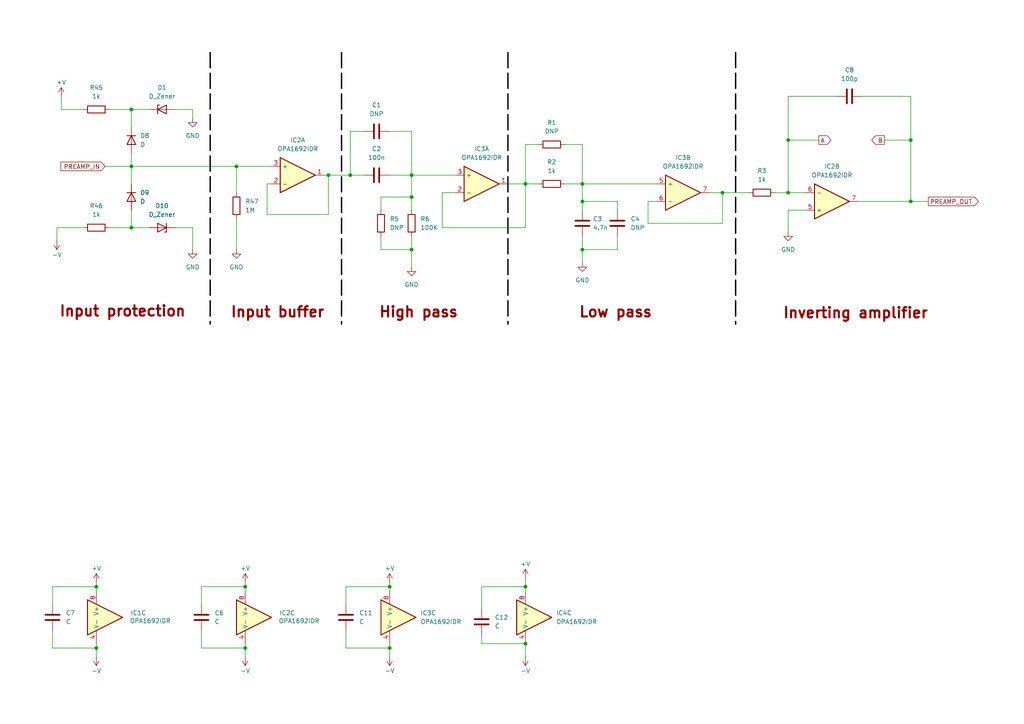
<source format=kicad_sch>
(kicad_sch (version 20231120) (generator "eeschema") (generator_version "8.0")
  (paper "A4")
  (lib_symbols
    (symbol "Device:C" (pin_numbers hide) (pin_names (offset 0.254))
      (property "Reference" "C" (at 0.635 2.54 0))
      (property "Value" "C" (at 0.635 -2.54 0))
      (symbol "C_0_1"
        (polyline (pts (xy -2.032 -0.762) (xy 2.032 -0.762)) (stroke (width 0.508)))
        (polyline (pts (xy -2.032 0.762) (xy 2.032 0.762)) (stroke (width 0.508)))
      )
      (symbol "C_1_1"
        (pin passive line (at 0 3.81 270) (length 2.794) (name "~") (number "1"))
        (pin passive line (at 0 -3.81 90) (length 2.794) (name "~") (number "2"))
      )
    )
    (symbol "Device:D" (pin_numbers hide) (pin_names (offset 1.016) hide)
      (property "Reference" "D" (at 0 2.54 0))
      (property "Value" "D" (at 0 -2.54 0))
      (symbol "D_0_1"
        (polyline (pts (xy -1.27 1.27) (xy -1.27 -1.27)) (stroke (width 0.254)))
        (polyline (pts (xy 1.27 0) (xy -1.27 0)))
        (polyline (pts (xy 1.27 1.27) (xy 1.27 -1.27) (xy -1.27 0) (xy 1.27 1.27)) (stroke (width 0.254)))
      )
      (symbol "D_1_1"
        (pin passive line (at -3.81 0 0) (length 2.54) (name "K") (number "1"))
        (pin passive line (at 3.81 0 180) (length 2.54) (name "A") (number "2"))
      )
    )
    (symbol "Device:D_Zener" (pin_numbers hide) (pin_names (offset 1.016) hide)
      (property "Reference" "D" (at 0 2.54 0))
      (property "Value" "D_Zener" (at 0 -2.54 0))
      (symbol "D_Zener_0_1"
        (polyline (pts (xy 1.27 0) (xy -1.27 0)))
        (polyline (pts (xy -1.27 -1.27) (xy -1.27 1.27) (xy -0.762 1.27)) (stroke (width 0.254)))
        (polyline (pts (xy 1.27 -1.27) (xy 1.27 1.27) (xy -1.27 0) (xy 1.27 -1.27)) (stroke (width 0.254)))
      )
      (symbol "D_Zener_1_1"
        (pin passive line (at -3.81 0 0) (length 2.54) (name "K") (number "1"))
        (pin passive line (at 3.81 0 180) (length 2.54) (name "A") (number "2"))
      )
    )
    (symbol "Device:R" (pin_numbers hide) (pin_names (offset 0))
      (property "Reference" "R" (at 2.032 0 90))
      (property "Value" "R" (at 0 0 90))
      (symbol "R_0_1"
        (rectangle (start -1.016 -2.54) (end 1.016 2.54) (stroke (width 0.254)))
      )
      (symbol "R_1_1"
        (pin passive line (at 0 3.81 270) (length 1.27) (name "~") (number "1"))
        (pin passive line (at 0 -3.81 90) (length 1.27) (name "~") (number "2"))
      )
    )
    (symbol "SamacSys_Parts:OPA1692IDR"
      (property "Reference" "IC" (at 24.13 7.62 0))
      (property "Value" "OPA1692IDR" (at 24.13 5.08 0))
      (symbol "OPA1692IDR_1_1"
        (polyline (pts (xy -2.54 5.08) (xy 7.62 0) (xy -2.54 -5.08) (xy -2.54 5.08)) (stroke (width 0.254)) (fill (type background)))
        (polyline (pts (xy -2.54 5.08) (xy 7.62 0) (xy -2.54 -5.08) (xy -2.54 5.08)) (stroke (width 0.254)) (fill (type background)))
        (pin output line (at 10.16 0 180) (length 2.54) (name "~") (number "1"))
        (pin input line (at -5.08 -2.54 0) (length 2.54) (name "-") (number "2"))
        (pin input line (at -5.08 2.54 0) (length 2.54) (name "+") (number "3"))
      )
      (symbol "OPA1692IDR_2_1"
        (polyline (pts (xy -2.54 5.08) (xy 7.62 0) (xy -2.54 -5.08) (xy -2.54 5.08)) (stroke (width 0.254)) (fill (type background)))
        (polyline (pts (xy -2.54 5.08) (xy 7.62 0) (xy -2.54 -5.08) (xy -2.54 5.08)) (stroke (width 0.254)) (fill (type background)))
        (pin input line (at -5.08 2.54 0) (length 2.54) (name "+") (number "5"))
        (pin input line (at -5.08 -2.54 0) (length 2.54) (name "-") (number "6"))
        (pin output line (at 10.16 0 180) (length 2.54) (name "~") (number "7"))
      )
      (symbol "OPA1692IDR_3_1"
        (polyline (pts (xy -2.54 5.08) (xy 7.62 0) (xy -2.54 -5.08) (xy -2.54 5.08)) (stroke (width 0.254)) (fill (type background)))
        (polyline (pts (xy -2.54 5.08) (xy 7.62 0) (xy -2.54 -5.08) (xy -2.54 5.08)) (stroke (width 0.254)) (fill (type background)))
        (pin power_in line (at 0 -7.62 90) (length 3.81) (name "V-") (number "4"))
        (pin power_in line (at 0 7.62 270) (length 3.81) (name "V+") (number "8"))
      )
    )
    (symbol "power:GND" (power) (pin_numbers hide) (pin_names (offset 0) hide)
      (property "Value" "GND" (at 0 -3.81 0))
      (symbol "GND_0_1"
        (polyline (pts (xy 0 0) (xy 0 -1.27) (xy 1.27 -1.27) (xy 0 -2.54) (xy -1.27 -1.27) (xy 0 -1.27)))
      )
      (symbol "GND_1_1"
        (pin power_in line (at 0 0 270) (length 0) (name "~") (number "1"))
      )
    )
    (symbol "power:VDD" (power) (pin_numbers hide) (pin_names (offset 0) hide)
      (property "Value" "VDD" (at 0 3.556 0))
      (symbol "VDD_0_1"
        (polyline (pts (xy -0.762 1.27) (xy 0 2.54)))
        (polyline (pts (xy 0 0) (xy 0 2.54)))
        (polyline (pts (xy 0 2.54) (xy 0.762 1.27)))
      )
      (symbol "VDD_1_1"
        (pin power_in line (at 0 0 90) (length 0) (name "~") (number "1"))
      )
    )
  )
  (junction (at 152.4 170.18))
  (junction (at 27.94 170.18))
  (junction (at 264.16 58.42))
  (junction (at 95.25 50.8))
  (junction (at 38.1 31.75))
  (junction (at 168.91 58.42))
  (junction (at 27.94 187.96))
  (junction (at 68.58 48.26))
  (junction (at 209.55 55.88))
  (junction (at 168.91 53.34))
  (junction (at 113.03 170.18))
  (junction (at 119.38 72.39))
  (junction (at 71.12 170.18))
  (junction (at 101.6 50.8))
  (junction (at 38.1 66.04))
  (junction (at 71.12 187.96))
  (junction (at 168.91 72.39))
  (junction (at 38.1 48.26))
  (junction (at 152.4 186.69))
  (junction (at 113.03 187.96))
  (junction (at 119.38 50.8))
  (junction (at 228.6 55.88))
  (junction (at 228.6 40.64))
  (junction (at 264.16 40.64))
  (junction (at 152.4 53.34))
  (junction (at 119.38 57.15))
  (wire (pts (xy 209.55 64.77) (xy 209.55 55.88)))
  (wire (pts (xy 38.1 66.04) (xy 38.1 60.96)))
  (wire (pts (xy 50.8 31.75) (xy 55.88 31.75)))
  (wire (pts (xy 113.03 38.1) (xy 119.38 38.1)))
  (wire (pts (xy 101.6 38.1) (xy 101.6 50.8)))
  (wire (pts (xy 119.38 50.8) (xy 119.38 57.15)))
  (wire (pts (xy 110.49 68.58) (xy 110.49 72.39)))
  (wire (pts (xy 152.4 53.34) (xy 156.21 53.34)))
  (wire (pts (xy 228.6 27.94) (xy 228.6 40.64)))
  (wire (pts (xy 58.42 170.18) (xy 71.12 170.18)))
  (wire (pts (xy 100.33 187.96) (xy 113.03 187.96)))
  (wire (pts (xy 71.12 186.69) (xy 71.12 187.96)))
  (wire (pts (xy 27.94 170.18) (xy 27.94 171.45)))
  (wire (pts (xy 264.16 58.42) (xy 269.24 58.42)))
  (polyline (pts (xy 147.32 15.24) (xy 147.32 93.98)) (stroke (width 0.4) (type dash) (color 0 0 0 1)))
  (wire (pts (xy 264.16 40.64) (xy 256.54 40.64)))
  (wire (pts (xy 139.7 170.18) (xy 152.4 170.18)))
  (wire (pts (xy 224.79 55.88) (xy 228.6 55.88)))
  (wire (pts (xy 209.55 55.88) (xy 205.74 55.88)))
  (wire (pts (xy 187.96 64.77) (xy 209.55 64.77)))
  (wire (pts (xy 228.6 55.88) (xy 233.68 55.88)))
  (wire (pts (xy 119.38 72.39) (xy 119.38 77.47)))
  (wire (pts (xy 58.42 187.96) (xy 71.12 187.96)))
  (wire (pts (xy 119.38 68.58) (xy 119.38 72.39)))
  (wire (pts (xy 228.6 40.64) (xy 228.6 55.88)))
  (wire (pts (xy 71.12 168.91) (xy 71.12 170.18)))
  (wire (pts (xy 31.75 66.04) (xy 38.1 66.04)))
  (wire (pts (xy 168.91 53.34) (xy 190.5 53.34)))
  (wire (pts (xy 187.96 58.42) (xy 187.96 64.77)))
  (wire (pts (xy 233.68 60.96) (xy 228.6 60.96)))
  (wire (pts (xy 55.88 34.29) (xy 55.88 31.75)))
  (wire (pts (xy 16.51 66.04) (xy 24.13 66.04)))
  (wire (pts (xy 179.07 68.58) (xy 179.07 72.39)))
  (wire (pts (xy 152.4 186.69) (xy 152.4 190.5)))
  (wire (pts (xy 27.94 187.96) (xy 27.94 190.5)))
  (wire (pts (xy 168.91 68.58) (xy 168.91 72.39)))
  (wire (pts (xy 113.03 186.69) (xy 113.03 187.96)))
  (wire (pts (xy 152.4 167.64) (xy 152.4 170.18)))
  (wire (pts (xy 113.03 168.91) (xy 113.03 170.18)))
  (wire (pts (xy 93.98 50.8) (xy 95.25 50.8)))
  (wire (pts (xy 128.27 55.88) (xy 128.27 66.04)))
  (polyline (pts (xy 60.96 15.24) (xy 60.96 93.98)) (stroke (width 0.4) (type dash) (color 0 0 0 1)))
  (wire (pts (xy 58.42 182.88) (xy 58.42 187.96)))
  (wire (pts (xy 113.03 187.96) (xy 113.03 190.5)))
  (wire (pts (xy 228.6 60.96) (xy 228.6 67.31)))
  (wire (pts (xy 179.07 58.42) (xy 168.91 58.42)))
  (wire (pts (xy 237.49 40.64) (xy 228.6 40.64)))
  (wire (pts (xy 30.48 48.26) (xy 38.1 48.26)))
  (wire (pts (xy 55.88 72.39) (xy 55.88 66.04)))
  (wire (pts (xy 119.38 57.15) (xy 119.38 60.96)))
  (wire (pts (xy 100.33 175.26) (xy 100.33 170.18)))
  (polyline (pts (xy 213.36 15.24) (xy 213.36 93.98)) (stroke (width 0.4) (type dash) (color 0 0 0 1)))
  (wire (pts (xy 105.41 38.1) (xy 101.6 38.1)))
  (wire (pts (xy 38.1 31.75) (xy 38.1 36.83)))
  (wire (pts (xy 264.16 27.94) (xy 264.16 40.64)))
  (wire (pts (xy 43.18 66.04) (xy 38.1 66.04)))
  (wire (pts (xy 209.55 55.88) (xy 217.17 55.88)))
  (polyline (pts (xy 99.06 15.24) (xy 99.06 93.98)) (stroke (width 0.4) (type dash) (color 0 0 0 1)))
  (wire (pts (xy 168.91 58.42) (xy 168.91 60.96)))
  (wire (pts (xy 38.1 31.75) (xy 43.18 31.75)))
  (wire (pts (xy 77.47 62.23) (xy 95.25 62.23)))
  (wire (pts (xy 128.27 66.04) (xy 152.4 66.04)))
  (wire (pts (xy 113.03 170.18) (xy 113.03 171.45)))
  (wire (pts (xy 95.25 50.8) (xy 101.6 50.8)))
  (wire (pts (xy 168.91 72.39) (xy 168.91 76.2)))
  (wire (pts (xy 163.83 53.34) (xy 168.91 53.34)))
  (wire (pts (xy 152.4 53.34) (xy 147.32 53.34)))
  (wire (pts (xy 250.19 27.94) (xy 264.16 27.94)))
  (wire (pts (xy 100.33 170.18) (xy 113.03 170.18)))
  (wire (pts (xy 119.38 50.8) (xy 132.08 50.8)))
  (wire (pts (xy 27.94 186.69) (xy 27.94 187.96)))
  (wire (pts (xy 77.47 53.34) (xy 77.47 62.23)))
  (wire (pts (xy 139.7 176.53) (xy 139.7 170.18)))
  (wire (pts (xy 68.58 48.26) (xy 78.74 48.26)))
  (wire (pts (xy 139.7 186.69) (xy 152.4 186.69)))
  (wire (pts (xy 31.75 31.75) (xy 38.1 31.75)))
  (wire (pts (xy 152.4 66.04) (xy 152.4 53.34)))
  (wire (pts (xy 152.4 41.91) (xy 152.4 53.34)))
  (wire (pts (xy 163.83 41.91) (xy 168.91 41.91)))
  (wire (pts (xy 242.57 27.94) (xy 228.6 27.94)))
  (wire (pts (xy 15.24 187.96) (xy 27.94 187.96)))
  (wire (pts (xy 95.25 62.23) (xy 95.25 50.8)))
  (wire (pts (xy 248.92 58.42) (xy 264.16 58.42)))
  (wire (pts (xy 16.51 69.85) (xy 16.51 66.04)))
  (wire (pts (xy 264.16 58.42) (xy 264.16 40.64)))
  (wire (pts (xy 17.78 27.94) (xy 17.78 31.75)))
  (wire (pts (xy 190.5 58.42) (xy 187.96 58.42)))
  (wire (pts (xy 110.49 60.96) (xy 110.49 57.15)))
  (wire (pts (xy 15.24 175.26) (xy 15.24 170.18)))
  (wire (pts (xy 27.94 168.91) (xy 27.94 170.18)))
  (wire (pts (xy 78.74 53.34) (xy 77.47 53.34)))
  (wire (pts (xy 101.6 50.8) (xy 105.41 50.8)))
  (wire (pts (xy 58.42 175.26) (xy 58.42 170.18)))
  (wire (pts (xy 113.03 50.8) (xy 119.38 50.8)))
  (wire (pts (xy 71.12 187.96) (xy 71.12 190.5)))
  (wire (pts (xy 55.88 66.04) (xy 50.8 66.04)))
  (wire (pts (xy 179.07 60.96) (xy 179.07 58.42)))
  (wire (pts (xy 38.1 44.45) (xy 38.1 48.26)))
  (wire (pts (xy 156.21 41.91) (xy 152.4 41.91)))
  (wire (pts (xy 139.7 184.15) (xy 139.7 186.69)))
  (wire (pts (xy 119.38 38.1) (xy 119.38 50.8)))
  (wire (pts (xy 15.24 170.18) (xy 27.94 170.18)))
  (wire (pts (xy 110.49 72.39) (xy 119.38 72.39)))
  (wire (pts (xy 179.07 72.39) (xy 168.91 72.39)))
  (wire (pts (xy 68.58 63.5) (xy 68.58 72.39)))
  (wire (pts (xy 17.78 31.75) (xy 24.13 31.75)))
  (wire (pts (xy 38.1 48.26) (xy 68.58 48.26)))
  (wire (pts (xy 68.58 55.88) (xy 68.58 48.26)))
  (wire (pts (xy 152.4 170.18) (xy 152.4 171.45)))
  (wire (pts (xy 15.24 182.88) (xy 15.24 187.96)))
  (wire (pts (xy 168.91 41.91) (xy 168.91 53.34)))
  (wire (pts (xy 110.49 57.15) (xy 119.38 57.15)))
  (wire (pts (xy 168.91 53.34) (xy 168.91 58.42)))
  (wire (pts (xy 132.08 55.88) (xy 128.27 55.88)))
  (wire (pts (xy 38.1 48.26) (xy 38.1 53.34)))
  (wire (pts (xy 100.33 182.88) (xy 100.33 187.96)))
  (wire (pts (xy 71.12 170.18) (xy 71.12 171.45)))
  (text "Inverting amplifier" (at 248.158 90.932 0) (effects (font (size 3 3) (thickness 0.6) (bold yes))))
  (text "Low pass" (at 178.562 90.678 0) (effects (font (size 3 3) (thickness 0.6) (bold yes))))
  (text "Input protection\n" (at 35.56 90.424 0) (effects (font (size 3 3) (thickness 0.6) (bold yes))))
  (text "High pass" (at 121.412 90.678 0) (effects (font (size 3 3) (thickness 0.6) (bold yes))))
  (text "Input buffer\n" (at 80.518 90.678 0) (effects (font (size 3 3) (thickness 0.6) (bold yes))))
  (global_label "B" (shape output) (at 256.54 40.64 180) (property "Intersheetrefs" "${INTERSHEET_REFS}" (effects (hide yes))))
  (global_label "PREAMP_IN" (shape input) (at 30.48 48.26 180) (property "Intersheetrefs" "${INTERSHEET_REFS}" (effects (hide yes))))
  (global_label "A" (shape output) (at 237.49 40.64 0) (property "Intersheetrefs" "${INTERSHEET_REFS}" (effects (hide yes))))
  (global_label "PREAMP_OUT" (shape output) (at 269.24 58.42 0) (property "Intersheetrefs" "${INTERSHEET_REFS}" (effects (hide yes))))
  (symbol (lib_id "Device:R") (at 119.38 64.77 0) (unit 1)
    (property "Reference" "R6" (at 121.92 63.4999 0) (effects (justify left)))
    (property "Value" "100K" (at 121.92 66.0399 0) (effects (justify left)))
    (property "Description" "Resistor" (effects (hide yes)))
  )
  (symbol (lib_id "SamacSys_Parts:OPA1692IDR") (at 152.4 179.07 0) (unit 3)
    (property "Reference" "IC4" (at 161.29 177.7999 0) (effects (justify left)))
    (property "Value" "OPA1692IDR" (at 161.29 180.3399 0) (effects (justify left)))
    (property "Footprint" "SOIC127P600X175-8N" (effects (hide yes)))
    (property "Datasheet" "http://www.ti.com/lit/gpn/opa1692" (effects (hide yes)))
    (property "Description" "SoundPlus Low-Power, Low-Noise, High-Performance Dual Bipolar-Input Audio Op Amp " (effects (hide yes)))
    (property "Height" "1.75" (effects (hide yes)))
    (property "Manufacturer_Name" "Texas Instruments" (effects (hide yes)))
    (property "Manufacturer_Part_Number" "OPA1692IDR" (effects (hide yes)))
    (property "Mouser Part Number" "595-OPA1692IDR" (effects (hide yes)))
    (property "Mouser Price/Stock" "https://www.mouser.co.uk/ProductDetail/Texas-Instruments/OPA1692IDR/?qs=byeeYqUIh0MXwWoRpZJtCA%3D%3D" (effects (hide yes)))
    (property "Arrow Part Number" "OPA1692IDR" (effects (hide yes)))
    (property "Arrow Price/Stock" "https://www.arrow.com/en/products/opa1692idr/texas-instruments" (effects (hide yes)))
  )
  (symbol (lib_id "Device:R") (at 27.94 31.75 270) (unit 1)
    (property "Reference" "R45" (at 27.94 25.4 90))
    (property "Value" "1k" (at 27.94 27.94 90))
    (property "Description" "Resistor" (effects (hide yes)))
  )
  (symbol (lib_id "Device:C") (at 246.38 27.94 90) (unit 1)
    (property "Reference" "C8" (at 246.38 20.32 90))
    (property "Value" "100p" (at 246.38 22.86 90))
    (property "Description" "Unpolarized capacitor" (effects (hide yes)))
  )
  (symbol (lib_id "SamacSys_Parts:OPA1692IDR") (at 71.12 179.07 0) (unit 3)
    (property "Reference" "IC2" (at 85.598 177.8 0) (effects (justify right)))
    (property "Value" "OPA1692IDR" (at 92.71 180.086 0) (effects (justify right)))
    (property "Footprint" "SOIC127P600X175-8N" (effects (hide yes)))
    (property "Datasheet" "http://www.ti.com/lit/gpn/opa1692" (effects (hide yes)))
    (property "Description" "SoundPlus Low-Power, Low-Noise, High-Performance Dual Bipolar-Input Audio Op Amp " (effects (hide yes)))
    (property "Height" "1.75" (effects (hide yes)))
    (property "Manufacturer_Name" "Texas Instruments" (effects (hide yes)))
    (property "Manufacturer_Part_Number" "OPA1692IDR" (effects (hide yes)))
    (property "Mouser Part Number" "595-OPA1692IDR" (effects (hide yes)))
    (property "Mouser Price/Stock" "https://www.mouser.co.uk/ProductDetail/Texas-Instruments/OPA1692IDR/?qs=byeeYqUIh0MXwWoRpZJtCA%3D%3D" (effects (hide yes)))
    (property "Arrow Part Number" "OPA1692IDR" (effects (hide yes)))
    (property "Arrow Price/Stock" "https://www.arrow.com/en/products/opa1692idr/texas-instruments" (effects (hide yes)))
  )
  (symbol (lib_id "Device:C") (at 15.24 179.07 0) (unit 1)
    (property "Reference" "C7" (at 19.05 177.7999 0) (effects (justify left)))
    (property "Value" "C" (at 19.05 180.3399 0) (effects (justify left)))
    (property "Description" "Unpolarized capacitor" (effects (hide yes)))
  )
  (symbol (lib_id "power:GND") (at 228.6 67.31 0) (unit 1)
    (property "Reference" "#PWR040" (effects (hide yes)))
    (property "Value" "GND" (at 228.6 72.39 0))
    (property "Description" "Power symbol creates a global label with name \"GND\" , ground" (effects (hide yes)))
  )
  (symbol (lib_id "SamacSys_Parts:OPA1692IDR") (at 113.03 179.07 0) (unit 3)
    (property "Reference" "IC3" (at 121.92 177.7999 0) (effects (justify left)))
    (property "Value" "OPA1692IDR" (at 121.92 180.3399 0) (effects (justify left)))
    (property "Footprint" "SOIC127P600X175-8N" (effects (hide yes)))
    (property "Datasheet" "http://www.ti.com/lit/gpn/opa1692" (effects (hide yes)))
    (property "Description" "SoundPlus Low-Power, Low-Noise, High-Performance Dual Bipolar-Input Audio Op Amp " (effects (hide yes)))
    (property "Height" "1.75" (effects (hide yes)))
    (property "Manufacturer_Name" "Texas Instruments" (effects (hide yes)))
    (property "Manufacturer_Part_Number" "OPA1692IDR" (effects (hide yes)))
    (property "Mouser Part Number" "595-OPA1692IDR" (effects (hide yes)))
    (property "Mouser Price/Stock" "https://www.mouser.co.uk/ProductDetail/Texas-Instruments/OPA1692IDR/?qs=byeeYqUIh0MXwWoRpZJtCA%3D%3D" (effects (hide yes)))
    (property "Arrow Part Number" "OPA1692IDR" (effects (hide yes)))
    (property "Arrow Price/Stock" "https://www.arrow.com/en/products/opa1692idr/texas-instruments" (effects (hide yes)))
  )
  (symbol (lib_id "Device:C") (at 109.22 50.8 90) (unit 1)
    (property "Reference" "C2" (at 109.22 43.18 90))
    (property "Value" "100n" (at 109.22 45.72 90))
    (property "Description" "Unpolarized capacitor" (effects (hide yes)))
  )
  (symbol (lib_id "power:VDD") (at 71.12 190.5 180) (unit 1)
    (property "Reference" "#PWR028" (effects (hide yes)))
    (property "Value" "-V" (at 71.12 194.564 0))
    (property "Description" "Power symbol creates a global label with name \"VDD\"" (effects (hide yes)))
  )
  (symbol (lib_id "power:GND") (at 168.91 76.2 0) (unit 1)
    (property "Reference" "#PWR01" (effects (hide yes)))
    (property "Value" "GND" (at 168.91 81.28 0))
    (property "Description" "Power symbol creates a global label with name \"GND\" , ground" (effects (hide yes)))
  )
  (symbol (lib_id "power:GND") (at 119.38 77.47 0) (unit 1)
    (property "Reference" "#PWR02" (effects (hide yes)))
    (property "Value" "GND" (at 119.38 82.55 0))
    (property "Description" "Power symbol creates a global label with name \"GND\" , ground" (effects (hide yes)))
  )
  (symbol (lib_id "power:GND") (at 68.58 72.39 0) (unit 1)
    (property "Reference" "#PWR039" (effects (hide yes)))
    (property "Value" "GND" (at 68.58 77.47 0))
    (property "Description" "Power symbol creates a global label with name \"GND\" , ground" (effects (hide yes)))
  )
  (symbol (lib_id "Device:C") (at 100.33 179.07 0) (unit 1)
    (property "Reference" "C11" (at 104.14 177.7999 0) (effects (justify left)))
    (property "Value" "C" (at 104.14 180.3399 0) (effects (justify left)))
    (property "Description" "Unpolarized capacitor" (effects (hide yes)))
  )
  (symbol (lib_id "Device:C") (at 58.42 179.07 0) (unit 1)
    (property "Reference" "C6" (at 62.23 177.7999 0) (effects (justify left)))
    (property "Value" "C" (at 62.23 180.3399 0) (effects (justify left)))
    (property "Description" "Unpolarized capacitor" (effects (hide yes)))
  )
  (symbol (lib_id "SamacSys_Parts:OPA1692IDR") (at 27.94 179.07 0) (unit 3)
    (property "Reference" "IC1" (at 42.418 177.8 0) (effects (justify right)))
    (property "Value" "OPA1692IDR" (at 49.53 180.086 0) (effects (justify right)))
    (property "Footprint" "SOIC127P600X175-8N" (effects (hide yes)))
    (property "Datasheet" "http://www.ti.com/lit/gpn/opa1692" (effects (hide yes)))
    (property "Description" "SoundPlus Low-Power, Low-Noise, High-Performance Dual Bipolar-Input Audio Op Amp " (effects (hide yes)))
    (property "Height" "1.75" (effects (hide yes)))
    (property "Manufacturer_Name" "Texas Instruments" (effects (hide yes)))
    (property "Manufacturer_Part_Number" "OPA1692IDR" (effects (hide yes)))
    (property "Mouser Part Number" "595-OPA1692IDR" (effects (hide yes)))
    (property "Mouser Price/Stock" "https://www.mouser.co.uk/ProductDetail/Texas-Instruments/OPA1692IDR/?qs=byeeYqUIh0MXwWoRpZJtCA%3D%3D" (effects (hide yes)))
    (property "Arrow Part Number" "OPA1692IDR" (effects (hide yes)))
    (property "Arrow Price/Stock" "https://www.arrow.com/en/products/opa1692idr/texas-instruments" (effects (hide yes)))
  )
  (symbol (lib_id "Device:R") (at 220.98 55.88 90) (unit 1)
    (property "Reference" "R3" (at 220.98 49.53 90))
    (property "Value" "1k" (at 220.98 52.07 90))
    (property "Description" "Resistor" (effects (hide yes)))
  )
  (symbol (lib_id "power:VDD") (at 71.12 168.91 0) (unit 1)
    (property "Reference" "#PWR027" (effects (hide yes)))
    (property "Value" "+V" (at 71.12 164.846 0))
    (property "Description" "Power symbol creates a global label with name \"VDD\"" (effects (hide yes)))
  )
  (symbol (lib_id "SamacSys_Parts:OPA1692IDR") (at 83.82 50.8 0) (unit 1)
    (property "Reference" "IC2" (at 86.36 40.64 0))
    (property "Value" "OPA1692IDR" (at 86.36 43.18 0))
    (property "Footprint" "SOIC127P600X175-8N" (effects (hide yes)))
    (property "Datasheet" "http://www.ti.com/lit/gpn/opa1692" (effects (hide yes)))
    (property "Description" "SoundPlus Low-Power, Low-Noise, High-Performance Dual Bipolar-Input Audio Op Amp " (effects (hide yes)))
    (property "Height" "1.75" (effects (hide yes)))
    (property "Manufacturer_Name" "Texas Instruments" (effects (hide yes)))
    (property "Manufacturer_Part_Number" "OPA1692IDR" (effects (hide yes)))
    (property "Mouser Part Number" "595-OPA1692IDR" (effects (hide yes)))
    (property "Mouser Price/Stock" "https://www.mouser.co.uk/ProductDetail/Texas-Instruments/OPA1692IDR/?qs=byeeYqUIh0MXwWoRpZJtCA%3D%3D" (effects (hide yes)))
    (property "Arrow Part Number" "OPA1692IDR" (effects (hide yes)))
    (property "Arrow Price/Stock" "https://www.arrow.com/en/products/opa1692idr/texas-instruments" (effects (hide yes)))
  )
  (symbol (lib_id "Device:D_Zener") (at 46.99 31.75 0) (unit 1)
    (property "Reference" "D1" (at 46.99 25.4 0))
    (property "Value" "D_Zener" (at 46.99 27.94 0))
    (property "Description" "Zener diode" (effects (hide yes)))
  )
  (symbol (lib_id "Device:C") (at 139.7 180.34 0) (unit 1)
    (property "Reference" "C12" (at 143.51 179.0699 0) (effects (justify left)))
    (property "Value" "C" (at 143.51 181.6099 0) (effects (justify left)))
    (property "Description" "Unpolarized capacitor" (effects (hide yes)))
  )
  (symbol (lib_id "Device:D") (at 38.1 40.64 270) (unit 1)
    (property "Reference" "D8" (at 40.64 39.3699 90) (effects (justify left)))
    (property "Value" "D" (at 40.64 41.9099 90) (effects (justify left)))
    (property "Description" "Diode" (effects (hide yes)))
    (property "Sim.Device" "D" (effects (hide yes)))
    (property "Sim.Pins" "1=K 2=A" (effects (hide yes)))
  )
  (symbol (lib_id "Device:R") (at 27.94 66.04 270) (unit 1)
    (property "Reference" "R46" (at 27.94 59.69 90))
    (property "Value" "1k" (at 27.94 62.23 90))
    (property "Description" "Resistor" (effects (hide yes)))
  )
  (symbol (lib_id "power:VDD") (at 17.78 27.94 0) (unit 1)
    (property "Reference" "#PWR036" (effects (hide yes)))
    (property "Value" "+V" (at 17.78 23.876 0))
    (property "Description" "Power symbol creates a global label with name \"VDD\"" (effects (hide yes)))
  )
  (symbol (lib_id "Device:C") (at 168.91 64.77 180) (unit 1)
    (property "Reference" "C3" (at 171.958 63.5 0) (effects (justify right)))
    (property "Value" "4.7n" (at 171.958 66.04 0) (effects (justify right)))
    (property "Description" "Unpolarized capacitor" (effects (hide yes)))
  )
  (symbol (lib_id "Device:C") (at 179.07 64.77 180) (unit 1)
    (property "Reference" "C4" (at 182.88 63.4999 0) (effects (justify right)))
    (property "Value" "DNP" (at 182.88 66.0399 0) (effects (justify right)))
    (property "Description" "Unpolarized capacitor" (effects (hide yes)))
  )
  (symbol (lib_id "power:GND") (at 55.88 72.39 0) (unit 1)
    (property "Reference" "#PWR037" (effects (hide yes)))
    (property "Value" "GND" (at 55.88 77.47 0))
    (property "Description" "Power symbol creates a global label with name \"GND\" , ground" (effects (hide yes)))
  )
  (symbol (lib_id "power:VDD") (at 27.94 168.91 0) (unit 1)
    (property "Reference" "#PWR034" (effects (hide yes)))
    (property "Value" "+V" (at 27.94 164.846 0))
    (property "Description" "Power symbol creates a global label with name \"VDD\"" (effects (hide yes)))
  )
  (symbol (lib_id "SamacSys_Parts:OPA1692IDR") (at 195.58 55.88 0) (unit 2)
    (property "Reference" "IC3" (at 198.12 45.72 0))
    (property "Value" "OPA1692IDR" (at 198.12 48.26 0))
    (property "Footprint" "SOIC127P600X175-8N" (effects (hide yes)))
    (property "Datasheet" "http://www.ti.com/lit/gpn/opa1692" (effects (hide yes)))
    (property "Description" "SoundPlus Low-Power, Low-Noise, High-Performance Dual Bipolar-Input Audio Op Amp " (effects (hide yes)))
    (property "Height" "1.75" (effects (hide yes)))
    (property "Manufacturer_Name" "Texas Instruments" (effects (hide yes)))
    (property "Manufacturer_Part_Number" "OPA1692IDR" (effects (hide yes)))
    (property "Mouser Part Number" "595-OPA1692IDR" (effects (hide yes)))
    (property "Mouser Price/Stock" "https://www.mouser.co.uk/ProductDetail/Texas-Instruments/OPA1692IDR/?qs=byeeYqUIh0MXwWoRpZJtCA%3D%3D" (effects (hide yes)))
    (property "Arrow Part Number" "OPA1692IDR" (effects (hide yes)))
    (property "Arrow Price/Stock" "https://www.arrow.com/en/products/opa1692idr/texas-instruments" (effects (hide yes)))
  )
  (symbol (lib_id "Device:C") (at 109.22 38.1 90) (unit 1)
    (property "Reference" "C1" (at 109.22 30.48 90))
    (property "Value" "DNP" (at 109.22 33.02 90))
    (property "Description" "Unpolarized capacitor" (effects (hide yes)))
  )
  (symbol (lib_id "Device:D") (at 38.1 57.15 270) (unit 1)
    (property "Reference" "D9" (at 40.64 55.8799 90) (effects (justify left)))
    (property "Value" "D" (at 40.64 58.4199 90) (effects (justify left)))
    (property "Description" "Diode" (effects (hide yes)))
    (property "Sim.Device" "D" (effects (hide yes)))
    (property "Sim.Pins" "1=K 2=A" (effects (hide yes)))
  )
  (symbol (lib_id "SamacSys_Parts:OPA1692IDR") (at 137.16 53.34 0) (unit 1)
    (property "Reference" "IC3" (at 139.7 43.18 0))
    (property "Value" "OPA1692IDR" (at 139.7 45.72 0))
    (property "Footprint" "SOIC127P600X175-8N" (effects (hide yes)))
    (property "Datasheet" "http://www.ti.com/lit/gpn/opa1692" (effects (hide yes)))
    (property "Description" "SoundPlus Low-Power, Low-Noise, High-Performance Dual Bipolar-Input Audio Op Amp " (effects (hide yes)))
    (property "Height" "1.75" (effects (hide yes)))
    (property "Manufacturer_Name" "Texas Instruments" (effects (hide yes)))
    (property "Manufacturer_Part_Number" "OPA1692IDR" (effects (hide yes)))
    (property "Mouser Part Number" "595-OPA1692IDR" (effects (hide yes)))
    (property "Mouser Price/Stock" "https://www.mouser.co.uk/ProductDetail/Texas-Instruments/OPA1692IDR/?qs=byeeYqUIh0MXwWoRpZJtCA%3D%3D" (effects (hide yes)))
    (property "Arrow Part Number" "OPA1692IDR" (effects (hide yes)))
    (property "Arrow Price/Stock" "https://www.arrow.com/en/products/opa1692idr/texas-instruments" (effects (hide yes)))
  )
  (symbol (lib_id "SamacSys_Parts:OPA1692IDR") (at 238.76 58.42 0) (mirror x) (unit 2)
    (property "Reference" "IC2" (at 241.3 48.26 0))
    (property "Value" "OPA1692IDR" (at 241.3 50.8 0))
    (property "Footprint" "SOIC127P600X175-8N" (effects (hide yes)))
    (property "Datasheet" "http://www.ti.com/lit/gpn/opa1692" (effects (hide yes)))
    (property "Description" "SoundPlus Low-Power, Low-Noise, High-Performance Dual Bipolar-Input Audio Op Amp " (effects (hide yes)))
    (property "Height" "1.75" (effects (hide yes)))
    (property "Manufacturer_Name" "Texas Instruments" (effects (hide yes)))
    (property "Manufacturer_Part_Number" "OPA1692IDR" (effects (hide yes)))
    (property "Mouser Part Number" "595-OPA1692IDR" (effects (hide yes)))
    (property "Mouser Price/Stock" "https://www.mouser.co.uk/ProductDetail/Texas-Instruments/OPA1692IDR/?qs=byeeYqUIh0MXwWoRpZJtCA%3D%3D" (effects (hide yes)))
    (property "Arrow Part Number" "OPA1692IDR" (effects (hide yes)))
    (property "Arrow Price/Stock" "https://www.arrow.com/en/products/opa1692idr/texas-instruments" (effects (hide yes)))
  )
  (symbol (lib_id "Device:R") (at 110.49 64.77 0) (unit 1)
    (property "Reference" "R5" (at 113.03 63.4999 0) (effects (justify left)))
    (property "Value" "DNP" (at 113.03 66.0399 0) (effects (justify left)))
    (property "Description" "Resistor" (effects (hide yes)))
  )
  (symbol (lib_id "power:VDD") (at 113.03 168.91 0) (unit 1)
    (property "Reference" "#PWR025" (effects (hide yes)))
    (property "Value" "+V" (at 113.03 164.846 0))
    (property "Description" "Power symbol creates a global label with name \"VDD\"" (effects (hide yes)))
  )
  (symbol (lib_id "power:VDD") (at 27.94 190.5 180) (unit 1)
    (property "Reference" "#PWR035" (effects (hide yes)))
    (property "Value" "-V" (at 27.94 194.564 0))
    (property "Description" "Power symbol creates a global label with name \"VDD\"" (effects (hide yes)))
  )
  (symbol (lib_id "power:VDD") (at 152.4 190.5 180) (unit 1)
    (property "Reference" "#PWR041" (effects (hide yes)))
    (property "Value" "-V" (at 152.4 194.564 0))
    (property "Description" "Power symbol creates a global label with name \"VDD\"" (effects (hide yes)))
  )
  (symbol (lib_id "power:VDD") (at 152.4 167.64 0) (unit 1)
    (property "Reference" "#PWR042" (effects (hide yes)))
    (property "Value" "+V" (at 152.4 163.576 0))
    (property "Description" "Power symbol creates a global label with name \"VDD\"" (effects (hide yes)))
  )
  (symbol (lib_id "power:GND") (at 55.88 34.29 0) (unit 1)
    (property "Reference" "#PWR05" (effects (hide yes)))
    (property "Value" "GND" (at 55.88 39.37 0))
    (property "Description" "Power symbol creates a global label with name \"GND\" , ground" (effects (hide yes)))
  )
  (symbol (lib_id "power:VDD") (at 113.03 190.5 180) (unit 1)
    (property "Reference" "#PWR026" (effects (hide yes)))
    (property "Value" "-V" (at 113.03 194.564 0))
    (property "Description" "Power symbol creates a global label with name \"VDD\"" (effects (hide yes)))
  )
  (symbol (lib_id "Device:R") (at 160.02 53.34 90) (unit 1)
    (property "Reference" "R2" (at 160.02 46.99 90))
    (property "Value" "1k" (at 160.02 49.53 90))
    (property "Description" "Resistor" (effects (hide yes)))
  )
  (symbol (lib_id "Device:D_Zener") (at 46.99 66.04 180) (unit 1)
    (property "Reference" "D10" (at 46.99 59.69 0))
    (property "Value" "D_Zener" (at 46.99 62.23 0))
    (property "Description" "Zener diode" (effects (hide yes)))
  )
  (symbol (lib_id "Device:R") (at 68.58 59.69 0) (unit 1)
    (property "Reference" "R47" (at 71.12 58.4199 0) (effects (justify left)))
    (property "Value" "1M" (at 71.12 60.9599 0) (effects (justify left)))
    (property "Description" "Resistor" (effects (hide yes)))
  )
  (symbol (lib_id "power:VDD") (at 16.51 69.85 180) (unit 1)
    (property "Reference" "#PWR038" (effects (hide yes)))
    (property "Value" "-V" (at 16.51 73.914 0))
    (property "Description" "Power symbol creates a global label with name \"VDD\"" (effects (hide yes)))
  )
  (symbol (lib_id "Device:R") (at 160.02 41.91 90) (unit 1)
    (property "Reference" "R1" (at 160.02 35.56 90))
    (property "Value" "DNP" (at 160.02 38.1 90))
    (property "Description" "Resistor" (effects (hide yes)))
  )
)
</source>
